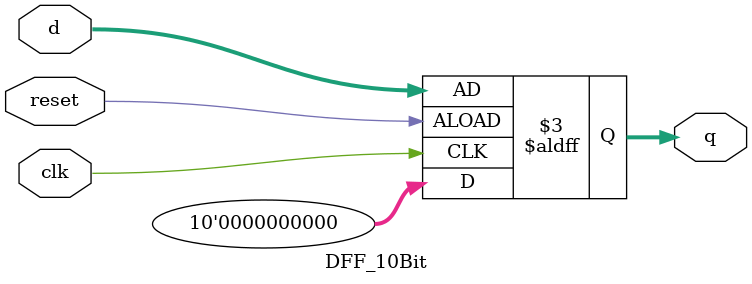
<source format=v>
module DFF_10Bit(clk, d, q, reset);
input [10:1] d;
input clk, reset;
output reg [10:1] q;

initial begin
	q <= 10'b0000000000;
end

always@(posedge clk or negedge reset)
	if(reset)
 		q <= 10'b0000000000;
	else
		q <= d;

endmodule

</source>
